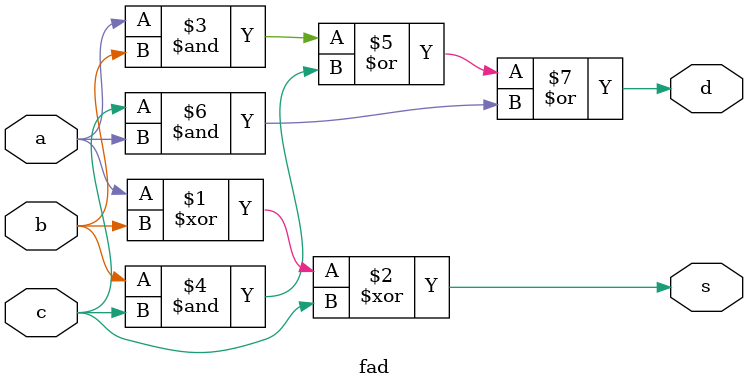
<source format=v>
module fad(a,b,c,s,d);
input a,b,c;
output s,d;
assign s=a^b^c;
assign d=(a&b)|(b&c)|(c&a);
endmodule
</source>
